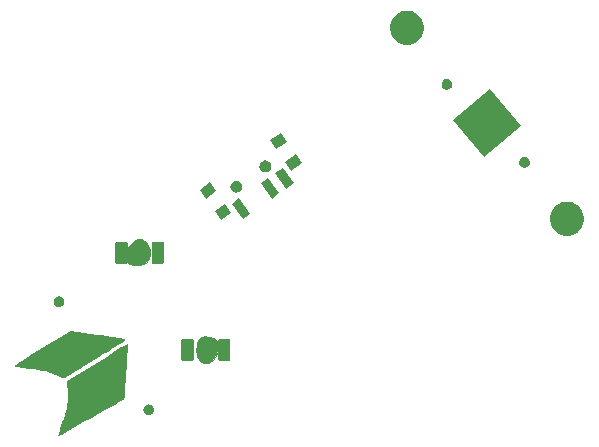
<source format=gbr>
G04 #@! TF.GenerationSoftware,KiCad,Pcbnew,5.1.2-f72e74a~84~ubuntu19.04.1*
G04 #@! TF.CreationDate,2019-06-12T21:41:49+02:00*
G04 #@! TF.ProjectId,sepiapcb2,73657069-6170-4636-9232-2e6b69636164,rev?*
G04 #@! TF.SameCoordinates,Original*
G04 #@! TF.FileFunction,Soldermask,Bot*
G04 #@! TF.FilePolarity,Negative*
%FSLAX46Y46*%
G04 Gerber Fmt 4.6, Leading zero omitted, Abs format (unit mm)*
G04 Created by KiCad (PCBNEW 5.1.2-f72e74a~84~ubuntu19.04.1) date 2019-06-12 21:41:49*
%MOMM*%
%LPD*%
G04 APERTURE LIST*
%ADD10C,0.900000*%
%ADD11C,0.010000*%
%ADD12C,0.100000*%
G04 APERTURE END LIST*
D10*
X75584000Y-55219600D02*
G75*
G03X75584000Y-55219600I-400000J0D01*
G01*
X81197400Y-63449200D02*
G75*
G03X81197400Y-63449200I-400000J0D01*
G01*
D11*
G36*
X75499657Y-54123156D02*
G01*
X75689168Y-54270741D01*
X75848121Y-54493244D01*
X75937413Y-54689080D01*
X76034662Y-55035074D01*
X76055969Y-55348016D01*
X76004556Y-55623169D01*
X75883641Y-55855797D01*
X75696445Y-56041162D01*
X75446189Y-56174527D01*
X75136092Y-56251155D01*
X74863756Y-56268537D01*
X74582996Y-56246409D01*
X74389039Y-56189189D01*
X74190476Y-56055231D01*
X74048350Y-55866875D01*
X73970125Y-55638788D01*
X73963264Y-55385635D01*
X73966802Y-55359423D01*
X74032881Y-55117238D01*
X74152963Y-54860446D01*
X74312251Y-54610602D01*
X74495948Y-54389260D01*
X74689258Y-54217975D01*
X74795460Y-54152327D01*
X75048034Y-54061708D01*
X75284356Y-54052731D01*
X75499657Y-54123156D01*
X75499657Y-54123156D01*
G37*
X75499657Y-54123156D02*
X75689168Y-54270741D01*
X75848121Y-54493244D01*
X75937413Y-54689080D01*
X76034662Y-55035074D01*
X76055969Y-55348016D01*
X76004556Y-55623169D01*
X75883641Y-55855797D01*
X75696445Y-56041162D01*
X75446189Y-56174527D01*
X75136092Y-56251155D01*
X74863756Y-56268537D01*
X74582996Y-56246409D01*
X74389039Y-56189189D01*
X74190476Y-56055231D01*
X74048350Y-55866875D01*
X73970125Y-55638788D01*
X73963264Y-55385635D01*
X73966802Y-55359423D01*
X74032881Y-55117238D01*
X74152963Y-54860446D01*
X74312251Y-54610602D01*
X74495948Y-54389260D01*
X74689258Y-54217975D01*
X74795460Y-54152327D01*
X75048034Y-54061708D01*
X75284356Y-54052731D01*
X75499657Y-54123156D01*
G36*
X80931954Y-62318671D02*
G01*
X81167141Y-62367531D01*
X81387668Y-62446020D01*
X81571976Y-62550239D01*
X81657050Y-62624399D01*
X81781726Y-62815923D01*
X81843418Y-63043320D01*
X81848102Y-63293342D01*
X81801757Y-63552740D01*
X81710358Y-63808269D01*
X81579883Y-64046678D01*
X81416309Y-64254722D01*
X81225613Y-64419151D01*
X81013771Y-64526719D01*
X80786761Y-64564177D01*
X80781918Y-64564117D01*
X80642746Y-64551357D01*
X80521509Y-64523660D01*
X80509555Y-64519241D01*
X80329280Y-64404392D01*
X80169706Y-64216167D01*
X80113830Y-64122300D01*
X80074740Y-64039604D01*
X80048621Y-63951237D01*
X80033006Y-63838144D01*
X80025432Y-63681270D01*
X80023431Y-63461561D01*
X80023457Y-63423800D01*
X80025316Y-63195640D01*
X80032072Y-63031790D01*
X80046637Y-62911918D01*
X80071925Y-62815691D01*
X80110850Y-62722775D01*
X80129290Y-62685167D01*
X80212120Y-62548105D01*
X80306503Y-62431484D01*
X80354038Y-62388834D01*
X80503843Y-62325424D01*
X80703669Y-62303336D01*
X80931954Y-62318671D01*
X80931954Y-62318671D01*
G37*
X80931954Y-62318671D02*
X81167141Y-62367531D01*
X81387668Y-62446020D01*
X81571976Y-62550239D01*
X81657050Y-62624399D01*
X81781726Y-62815923D01*
X81843418Y-63043320D01*
X81848102Y-63293342D01*
X81801757Y-63552740D01*
X81710358Y-63808269D01*
X81579883Y-64046678D01*
X81416309Y-64254722D01*
X81225613Y-64419151D01*
X81013771Y-64526719D01*
X80786761Y-64564177D01*
X80781918Y-64564117D01*
X80642746Y-64551357D01*
X80521509Y-64523660D01*
X80509555Y-64519241D01*
X80329280Y-64404392D01*
X80169706Y-64216167D01*
X80113830Y-64122300D01*
X80074740Y-64039604D01*
X80048621Y-63951237D01*
X80033006Y-63838144D01*
X80025432Y-63681270D01*
X80023431Y-63461561D01*
X80023457Y-63423800D01*
X80025316Y-63195640D01*
X80032072Y-63031790D01*
X80046637Y-62911918D01*
X80071925Y-62815691D01*
X80110850Y-62722775D01*
X80129290Y-62685167D01*
X80212120Y-62548105D01*
X80306503Y-62431484D01*
X80354038Y-62388834D01*
X80503843Y-62325424D01*
X80703669Y-62303336D01*
X80931954Y-62318671D01*
D12*
G36*
X74149445Y-62950598D02*
G01*
X74149912Y-62950767D01*
X74149956Y-62950778D01*
X74159432Y-62954204D01*
X74159469Y-62954221D01*
X74159921Y-62954385D01*
X74169309Y-62960056D01*
X74169673Y-62960389D01*
X74169690Y-62960401D01*
X74177122Y-62967184D01*
X74177137Y-62967201D01*
X74177488Y-62967521D01*
X74177770Y-62967904D01*
X74177777Y-62967912D01*
X74183734Y-62976007D01*
X74183737Y-62976012D01*
X74184035Y-62976417D01*
X74188650Y-62986266D01*
X74188742Y-62986640D01*
X74188819Y-62986859D01*
X74191254Y-62996807D01*
X74191287Y-62997044D01*
X74192047Y-63000148D01*
X74192585Y-63006175D01*
X74194150Y-63047369D01*
X74194214Y-63050470D01*
X74194170Y-63053499D01*
X74190370Y-63172734D01*
X74190353Y-63173223D01*
X74190314Y-63174117D01*
X74181554Y-63359729D01*
X74181593Y-63359731D01*
X74181547Y-63360118D01*
X74181535Y-63360117D01*
X74181525Y-63360300D01*
X74181514Y-63360393D01*
X74181493Y-63360892D01*
X74168452Y-63602165D01*
X74168453Y-63602165D01*
X74168449Y-63602198D01*
X74168420Y-63602729D01*
X74151681Y-63891054D01*
X74151738Y-63891057D01*
X74151743Y-63891212D01*
X74151671Y-63891208D01*
X74131868Y-64217028D01*
X74131991Y-64217035D01*
X74131994Y-64217153D01*
X74131861Y-64217145D01*
X74109645Y-64570666D01*
X74110102Y-64570695D01*
X74110086Y-64570792D01*
X74109640Y-64570763D01*
X74085641Y-64942529D01*
X74085914Y-64942547D01*
X74085915Y-64942635D01*
X74085634Y-64942616D01*
X74060483Y-65323171D01*
X74060994Y-65323205D01*
X74060979Y-65323288D01*
X74060478Y-65323254D01*
X74034807Y-65703141D01*
X74035080Y-65703159D01*
X74035080Y-65703248D01*
X74034801Y-65703229D01*
X74009240Y-66072992D01*
X74009515Y-66073011D01*
X74009515Y-66073110D01*
X74009232Y-66073090D01*
X73984413Y-66423273D01*
X73984837Y-66423303D01*
X73984818Y-66423424D01*
X73984405Y-66423394D01*
X73960977Y-66744263D01*
X73960977Y-66744270D01*
X73960945Y-66744702D01*
X73939543Y-67026799D01*
X73939534Y-67026907D01*
X73939534Y-67026919D01*
X73939501Y-67027356D01*
X73939540Y-67027359D01*
X73939543Y-67027601D01*
X73939483Y-67027596D01*
X73920706Y-67261894D01*
X73920704Y-67261905D01*
X73920612Y-67263012D01*
X73905137Y-67439506D01*
X73904969Y-67441269D01*
X73893477Y-67550219D01*
X73893039Y-67553703D01*
X73892477Y-67557089D01*
X73886878Y-67587152D01*
X73885564Y-67592689D01*
X73880398Y-67605616D01*
X73880140Y-67606012D01*
X73880117Y-67606057D01*
X73874612Y-67614518D01*
X73874574Y-67614565D01*
X73874286Y-67615008D01*
X73864701Y-67624843D01*
X73860321Y-67628196D01*
X73845887Y-67638186D01*
X73843989Y-67639461D01*
X73841490Y-67641034D01*
X73798749Y-67666991D01*
X73798375Y-67667216D01*
X73797339Y-67667830D01*
X73724434Y-67710479D01*
X73723674Y-67710915D01*
X73723608Y-67710962D01*
X73723607Y-67710961D01*
X73617000Y-67772272D01*
X73616694Y-67772445D01*
X73616672Y-67772461D01*
X73616572Y-67772518D01*
X73616577Y-67772527D01*
X73616388Y-67772660D01*
X73616372Y-67772632D01*
X73472481Y-67854616D01*
X73472551Y-67854740D01*
X73472423Y-67854794D01*
X73472361Y-67854684D01*
X73288097Y-67959077D01*
X73288101Y-67959084D01*
X73288020Y-67959123D01*
X73288019Y-67959121D01*
X73287986Y-67959139D01*
X73287977Y-67959144D01*
X73287777Y-67959257D01*
X73059862Y-68087906D01*
X73059969Y-68088096D01*
X73059912Y-68088120D01*
X73059809Y-68087937D01*
X72784240Y-68243096D01*
X72784446Y-68243461D01*
X72784408Y-68243479D01*
X72784204Y-68243116D01*
X72457705Y-68426631D01*
X72457832Y-68426857D01*
X72457807Y-68426874D01*
X72457678Y-68426645D01*
X72076729Y-68640499D01*
X72076845Y-68640706D01*
X72076827Y-68640719D01*
X72076710Y-68640510D01*
X71637792Y-68886685D01*
X71637986Y-68887032D01*
X71637973Y-68887040D01*
X71637778Y-68886693D01*
X71137372Y-69167172D01*
X71137664Y-69167694D01*
X71137654Y-69167699D01*
X71137362Y-69167178D01*
X70571951Y-69483942D01*
X70571742Y-69484060D01*
X69938007Y-69838978D01*
X69938213Y-69839347D01*
X69938209Y-69839349D01*
X69938002Y-69838980D01*
X69572976Y-70043370D01*
X69572900Y-70043413D01*
X69313008Y-70189172D01*
X69312850Y-70189260D01*
X69070402Y-70325697D01*
X69070224Y-70325798D01*
X68857137Y-70446171D01*
X68856892Y-70446310D01*
X68685986Y-70543364D01*
X68685525Y-70543627D01*
X68569325Y-70610269D01*
X68568217Y-70610912D01*
X68526670Y-70635309D01*
X68525421Y-70636029D01*
X68524490Y-70636550D01*
X68439549Y-70683328D01*
X68433245Y-70686478D01*
X68426683Y-70689123D01*
X68384622Y-70704144D01*
X68379056Y-70705827D01*
X68365412Y-70707842D01*
X68364925Y-70707818D01*
X68364859Y-70707821D01*
X68354773Y-70707319D01*
X68354714Y-70707310D01*
X68354208Y-70707285D01*
X68344966Y-70704965D01*
X68344933Y-70704948D01*
X68344126Y-70704746D01*
X68343203Y-70704416D01*
X68332242Y-70698941D01*
X68331079Y-70698174D01*
X68330534Y-70697758D01*
X68329095Y-70697039D01*
X68322995Y-70692377D01*
X68320564Y-70690017D01*
X68318488Y-70687302D01*
X68318449Y-70687260D01*
X68312314Y-70679236D01*
X68312283Y-70679186D01*
X68312004Y-70678821D01*
X68311801Y-70678406D01*
X68311798Y-70678402D01*
X68307372Y-70669376D01*
X68307369Y-70669368D01*
X68307144Y-70668909D01*
X68304335Y-70658339D01*
X68304302Y-70657826D01*
X68304301Y-70657818D01*
X68303661Y-70647777D01*
X68303661Y-70647770D01*
X68303580Y-70646496D01*
X68304988Y-70634811D01*
X68305785Y-70631565D01*
X68317741Y-70589441D01*
X68318158Y-70588017D01*
X68318449Y-70587071D01*
X68353665Y-70475190D01*
X68353650Y-70475185D01*
X68353732Y-70474998D01*
X68353962Y-70474262D01*
X68407504Y-70308214D01*
X68407637Y-70307808D01*
X68407676Y-70307631D01*
X68407691Y-70307636D01*
X68475911Y-70098741D01*
X68475670Y-70098662D01*
X68475737Y-70098515D01*
X68475960Y-70098589D01*
X68554430Y-69860572D01*
X68553924Y-69860405D01*
X68553946Y-69860333D01*
X68554454Y-69860501D01*
X68557761Y-69850515D01*
X68557953Y-69849931D01*
X68650318Y-69566352D01*
X68650629Y-69565385D01*
X68745260Y-69266623D01*
X68745539Y-69265730D01*
X68834330Y-68977948D01*
X68834659Y-68976864D01*
X68909548Y-68726093D01*
X68909965Y-68724665D01*
X68948516Y-68589739D01*
X68948911Y-68588327D01*
X68995699Y-68416986D01*
X68996478Y-68413989D01*
X69030161Y-68277412D01*
X69031566Y-68270990D01*
X69054373Y-68151887D01*
X69055699Y-68143392D01*
X69070543Y-68020703D01*
X69071220Y-68013228D01*
X69080135Y-67865674D01*
X69080330Y-67860992D01*
X69084706Y-67669605D01*
X69084737Y-67667421D01*
X69086092Y-67415594D01*
X69086094Y-67414990D01*
X69086182Y-67255429D01*
X69086180Y-67254665D01*
X69084696Y-66987829D01*
X69084680Y-66986424D01*
X69080559Y-66741174D01*
X69080521Y-66739518D01*
X69074269Y-66531569D01*
X69074165Y-66529004D01*
X69066438Y-66376391D01*
X69065960Y-66370095D01*
X69058151Y-66293126D01*
X69055782Y-66278493D01*
X69027555Y-66152128D01*
X69026589Y-66146529D01*
X69026511Y-66143132D01*
X69026504Y-66143077D01*
X69026271Y-66132986D01*
X69026276Y-66132924D01*
X69026264Y-66132418D01*
X69028124Y-66121777D01*
X69028306Y-66121305D01*
X69028324Y-66121242D01*
X69031966Y-66111828D01*
X69031994Y-66111773D01*
X69032162Y-66111338D01*
X69037612Y-66102756D01*
X69037616Y-66102752D01*
X69037788Y-66102481D01*
X69038392Y-66101709D01*
X69046381Y-66093560D01*
X69047348Y-66092772D01*
X69047524Y-66092646D01*
X69048974Y-66091167D01*
X69055565Y-66086450D01*
X71570814Y-64514496D01*
X71570719Y-64514344D01*
X71570752Y-64514326D01*
X71570845Y-64514476D01*
X71989218Y-64253374D01*
X71989176Y-64253306D01*
X71989234Y-64253262D01*
X71989280Y-64253336D01*
X72386375Y-64006229D01*
X72386302Y-64006112D01*
X72386373Y-64006075D01*
X72386442Y-64006187D01*
X72756479Y-63776627D01*
X72756383Y-63776472D01*
X72756455Y-63776418D01*
X72756556Y-63776581D01*
X73093759Y-63568118D01*
X73093785Y-63568102D01*
X73094076Y-63567922D01*
X73094076Y-63567921D01*
X73391974Y-63384531D01*
X73392297Y-63384334D01*
X73392313Y-63384322D01*
X73392438Y-63384245D01*
X73392431Y-63384233D01*
X73392544Y-63384148D01*
X73392558Y-63384172D01*
X73646757Y-63228554D01*
X73646732Y-63228514D01*
X73646928Y-63228429D01*
X73646937Y-63228444D01*
X73647046Y-63228378D01*
X73647057Y-63228373D01*
X73647265Y-63228245D01*
X73850843Y-63104649D01*
X73851362Y-63104336D01*
X73999154Y-63015939D01*
X74000035Y-63015418D01*
X74000378Y-63015219D01*
X74085392Y-62966270D01*
X74088704Y-62964457D01*
X74091958Y-62962849D01*
X74108758Y-62954974D01*
X74114054Y-62952802D01*
X74127513Y-62949476D01*
X74127991Y-62949454D01*
X74128054Y-62949445D01*
X74138144Y-62948984D01*
X74138208Y-62948987D01*
X74138699Y-62948965D01*
X74149445Y-62950598D01*
X74149445Y-62950598D01*
G37*
G36*
X76077552Y-68070131D02*
G01*
X76159627Y-68104128D01*
X76159629Y-68104129D01*
X76196813Y-68128975D01*
X76233495Y-68153485D01*
X76296315Y-68216305D01*
X76314460Y-68243461D01*
X76337146Y-68277412D01*
X76345672Y-68290173D01*
X76379669Y-68372248D01*
X76397000Y-68459379D01*
X76397000Y-68548221D01*
X76379669Y-68635352D01*
X76345672Y-68717427D01*
X76345671Y-68717429D01*
X76296314Y-68791296D01*
X76233496Y-68854114D01*
X76159629Y-68903471D01*
X76159628Y-68903472D01*
X76159627Y-68903472D01*
X76077552Y-68937469D01*
X75990421Y-68954800D01*
X75901579Y-68954800D01*
X75814448Y-68937469D01*
X75732373Y-68903472D01*
X75732372Y-68903472D01*
X75732371Y-68903471D01*
X75658504Y-68854114D01*
X75595686Y-68791296D01*
X75546329Y-68717429D01*
X75546328Y-68717427D01*
X75512331Y-68635352D01*
X75495000Y-68548221D01*
X75495000Y-68459379D01*
X75512331Y-68372248D01*
X75546328Y-68290173D01*
X75554855Y-68277412D01*
X75577540Y-68243461D01*
X75595685Y-68216305D01*
X75658505Y-68153485D01*
X75695187Y-68128975D01*
X75732371Y-68104129D01*
X75732373Y-68104128D01*
X75814448Y-68070131D01*
X75901579Y-68052800D01*
X75990421Y-68052800D01*
X76077552Y-68070131D01*
X76077552Y-68070131D01*
G37*
G36*
X69376267Y-61816535D02*
G01*
X69378171Y-61816771D01*
X71571174Y-62149101D01*
X71571209Y-62148872D01*
X71571261Y-62148875D01*
X71571225Y-62149109D01*
X71994302Y-62213606D01*
X71994334Y-62213399D01*
X71994433Y-62213426D01*
X71994403Y-62213622D01*
X72393707Y-62275236D01*
X72393740Y-62275022D01*
X72393851Y-62275030D01*
X72393816Y-62275253D01*
X72761220Y-62332676D01*
X72761237Y-62332569D01*
X72761366Y-62332578D01*
X72761347Y-62332696D01*
X73088724Y-62384626D01*
X73088744Y-62384501D01*
X73088907Y-62384544D01*
X73088889Y-62384653D01*
X73368109Y-62429782D01*
X73368123Y-62429697D01*
X73368370Y-62429716D01*
X73368352Y-62429822D01*
X73591289Y-62466847D01*
X73591291Y-62466835D01*
X73591543Y-62466897D01*
X73592300Y-62467021D01*
X73749870Y-62494469D01*
X73751208Y-62494711D01*
X73751573Y-62494781D01*
X73836260Y-62511425D01*
X73839623Y-62512154D01*
X73842922Y-62513006D01*
X73850751Y-62515188D01*
X73857212Y-62517334D01*
X73869513Y-62523253D01*
X73871431Y-62524446D01*
X73903633Y-62545838D01*
X73908291Y-62549274D01*
X73918124Y-62559057D01*
X73918406Y-62559477D01*
X73918417Y-62559490D01*
X73924031Y-62567844D01*
X73924043Y-62567866D01*
X73924313Y-62568268D01*
X73928549Y-62578421D01*
X73930729Y-62589218D01*
X73930764Y-62600411D01*
X73928205Y-62613697D01*
X73926597Y-62618382D01*
X73915576Y-62646329D01*
X73913222Y-62651535D01*
X73905326Y-62663807D01*
X73896999Y-62672617D01*
X73894015Y-62675069D01*
X73824859Y-62727563D01*
X73821858Y-62729743D01*
X73818893Y-62731716D01*
X73742156Y-62780556D01*
X73741143Y-62781194D01*
X73741138Y-62781198D01*
X73741101Y-62781221D01*
X73669314Y-62826039D01*
X73669158Y-62826148D01*
X73669153Y-62826140D01*
X73531868Y-62912122D01*
X73531870Y-62912124D01*
X73531808Y-62912159D01*
X73336597Y-63034556D01*
X73336569Y-63034574D01*
X73090167Y-63189157D01*
X73090148Y-63189168D01*
X72799366Y-63371665D01*
X72799353Y-63371674D01*
X72471054Y-63577775D01*
X72471043Y-63577782D01*
X72112114Y-63803165D01*
X72112103Y-63803171D01*
X71729325Y-64043581D01*
X71729316Y-64043587D01*
X71329568Y-64294706D01*
X71329562Y-64294710D01*
X71289978Y-64319580D01*
X71289937Y-64319605D01*
X70891798Y-64569658D01*
X70891872Y-64569776D01*
X70891857Y-64569786D01*
X70891783Y-64569668D01*
X70512195Y-64807905D01*
X70512860Y-64808965D01*
X70512843Y-64808975D01*
X70512179Y-64807915D01*
X70157673Y-65030247D01*
X70157888Y-65030590D01*
X70157871Y-65030602D01*
X70157655Y-65030257D01*
X69834759Y-65232598D01*
X69834987Y-65232962D01*
X69834966Y-65232977D01*
X69834738Y-65232613D01*
X69549983Y-65410875D01*
X69550046Y-65410976D01*
X69550018Y-65410996D01*
X69549954Y-65410893D01*
X69309869Y-65560988D01*
X69310102Y-65561361D01*
X69310060Y-65561391D01*
X69309825Y-65561015D01*
X69120941Y-65678857D01*
X69120890Y-65678889D01*
X69120690Y-65679014D01*
X68990062Y-65760186D01*
X68989349Y-65760625D01*
X68989338Y-65760634D01*
X68922733Y-65801527D01*
X68922342Y-65801766D01*
X68921558Y-65802236D01*
X68918511Y-65804043D01*
X68917115Y-65804852D01*
X68915651Y-65805666D01*
X68861127Y-65835309D01*
X68851333Y-65839879D01*
X68841174Y-65843181D01*
X68795643Y-65854971D01*
X68790158Y-65856109D01*
X68786791Y-65856300D01*
X68786677Y-65856318D01*
X68776553Y-65856892D01*
X68776443Y-65856887D01*
X68773100Y-65857077D01*
X68767386Y-65856550D01*
X68710482Y-65848455D01*
X68700608Y-65846468D01*
X68691042Y-65843373D01*
X68603086Y-65809247D01*
X68599944Y-65807957D01*
X68596695Y-65806470D01*
X68459029Y-65740114D01*
X68458876Y-65740040D01*
X68457652Y-65739433D01*
X68335074Y-65677699D01*
X68334044Y-65677186D01*
X68091560Y-65557850D01*
X68087750Y-65556054D01*
X67873476Y-65459427D01*
X67867537Y-65456931D01*
X67666187Y-65378349D01*
X67658775Y-65375722D01*
X67454619Y-65310510D01*
X67447122Y-65308370D01*
X67223843Y-65252119D01*
X67217586Y-65250713D01*
X66959455Y-65199600D01*
X66955021Y-65198805D01*
X66647376Y-65149332D01*
X66644656Y-65148925D01*
X66273526Y-65097592D01*
X66272283Y-65097426D01*
X66005741Y-65063280D01*
X66005633Y-65063277D01*
X66005634Y-65063268D01*
X65691636Y-65023318D01*
X65691627Y-65023316D01*
X65691453Y-65023294D01*
X65399607Y-64985218D01*
X65399594Y-64985315D01*
X65399394Y-64985265D01*
X65399404Y-64985191D01*
X65141835Y-64950645D01*
X65141823Y-64950734D01*
X65141548Y-64950720D01*
X65141564Y-64950608D01*
X64930727Y-64921294D01*
X64929708Y-64921149D01*
X64777606Y-64898711D01*
X64776671Y-64898568D01*
X64775589Y-64898389D01*
X64694817Y-64884579D01*
X64692576Y-64884166D01*
X64690131Y-64883647D01*
X64689648Y-64883538D01*
X64682275Y-64881524D01*
X64674940Y-64878809D01*
X64659808Y-64872432D01*
X64654521Y-64869889D01*
X64643132Y-64862174D01*
X64642774Y-64861811D01*
X64642736Y-64861780D01*
X64635643Y-64854600D01*
X64635026Y-64853838D01*
X64628672Y-64843802D01*
X64628090Y-64842592D01*
X64627917Y-64842161D01*
X64626979Y-64840679D01*
X64623651Y-64832369D01*
X64620961Y-64824074D01*
X64619494Y-64818664D01*
X64619097Y-64815291D01*
X64619080Y-64815214D01*
X64617898Y-64805171D01*
X64617897Y-64805095D01*
X64617841Y-64804623D01*
X64618608Y-64794995D01*
X64618614Y-64794976D01*
X64618675Y-64794207D01*
X64618848Y-64793242D01*
X64622401Y-64781608D01*
X64622965Y-64780329D01*
X64623254Y-64779782D01*
X64623710Y-64778288D01*
X64628140Y-64769894D01*
X64639061Y-64752318D01*
X64645909Y-64742782D01*
X64653936Y-64734271D01*
X64690338Y-64700493D01*
X64693610Y-64697605D01*
X64696935Y-64694946D01*
X64765762Y-64642617D01*
X64767076Y-64641639D01*
X64768934Y-64640321D01*
X64873447Y-64568110D01*
X64873792Y-64567874D01*
X64875089Y-64567010D01*
X65018909Y-64472666D01*
X65020130Y-64471876D01*
X65208594Y-64351908D01*
X65209080Y-64351600D01*
X65209120Y-64351575D01*
X65209132Y-64351568D01*
X65446937Y-64202905D01*
X65447341Y-64202654D01*
X65738723Y-64022497D01*
X65738662Y-64022398D01*
X65738812Y-64022317D01*
X65738867Y-64022407D01*
X66088925Y-63807421D01*
X66088722Y-63807091D01*
X66088806Y-63807034D01*
X66089011Y-63807369D01*
X66502345Y-63554523D01*
X66502001Y-63553960D01*
X66502048Y-63553936D01*
X66502390Y-63554496D01*
X66941396Y-63286507D01*
X66941086Y-63285998D01*
X66941099Y-63285990D01*
X66941409Y-63286499D01*
X69335713Y-61825791D01*
X69340759Y-61823043D01*
X69353815Y-61818254D01*
X69366031Y-61816340D01*
X69376267Y-61816535D01*
X69376267Y-61816535D01*
G37*
G36*
X82764296Y-62526394D02*
G01*
X82789583Y-62534065D01*
X82812886Y-62546521D01*
X82833314Y-62563286D01*
X82850079Y-62583714D01*
X82862535Y-62607017D01*
X82870206Y-62632304D01*
X82873400Y-62664738D01*
X82873400Y-64233662D01*
X82870206Y-64266096D01*
X82862535Y-64291383D01*
X82850079Y-64314686D01*
X82833314Y-64335114D01*
X82812886Y-64351879D01*
X82789583Y-64364335D01*
X82764296Y-64372006D01*
X82731862Y-64375200D01*
X81962938Y-64375200D01*
X81930504Y-64372006D01*
X81905217Y-64364335D01*
X81881914Y-64351879D01*
X81861486Y-64335114D01*
X81844721Y-64314686D01*
X81832265Y-64291383D01*
X81824594Y-64266096D01*
X81821400Y-64233662D01*
X81821400Y-62664738D01*
X81824594Y-62632304D01*
X81832265Y-62607017D01*
X81844721Y-62583714D01*
X81861486Y-62563286D01*
X81881914Y-62546521D01*
X81905217Y-62534065D01*
X81930504Y-62526394D01*
X81962938Y-62523200D01*
X82731862Y-62523200D01*
X82764296Y-62526394D01*
X82764296Y-62526394D01*
G37*
G36*
X79664296Y-62526394D02*
G01*
X79689583Y-62534065D01*
X79712886Y-62546521D01*
X79733314Y-62563286D01*
X79750079Y-62583714D01*
X79762535Y-62607017D01*
X79770206Y-62632304D01*
X79773400Y-62664738D01*
X79773400Y-64233662D01*
X79770206Y-64266096D01*
X79762535Y-64291383D01*
X79750079Y-64314686D01*
X79733314Y-64335114D01*
X79712886Y-64351879D01*
X79689583Y-64364335D01*
X79664296Y-64372006D01*
X79631862Y-64375200D01*
X78862938Y-64375200D01*
X78830504Y-64372006D01*
X78805217Y-64364335D01*
X78781914Y-64351879D01*
X78761486Y-64335114D01*
X78744721Y-64314686D01*
X78732265Y-64291383D01*
X78724594Y-64266096D01*
X78721400Y-64233662D01*
X78721400Y-62664738D01*
X78724594Y-62632304D01*
X78732265Y-62607017D01*
X78744721Y-62583714D01*
X78761486Y-62563286D01*
X78781914Y-62546521D01*
X78805217Y-62534065D01*
X78830504Y-62526394D01*
X78862938Y-62523200D01*
X79631862Y-62523200D01*
X79664296Y-62526394D01*
X79664296Y-62526394D01*
G37*
G36*
X68482952Y-58926131D02*
G01*
X68565027Y-58960128D01*
X68565029Y-58960129D01*
X68602213Y-58984975D01*
X68638895Y-59009485D01*
X68701715Y-59072305D01*
X68751072Y-59146173D01*
X68785069Y-59228248D01*
X68802400Y-59315379D01*
X68802400Y-59404221D01*
X68785069Y-59491352D01*
X68751072Y-59573427D01*
X68751071Y-59573429D01*
X68701714Y-59647296D01*
X68638896Y-59710114D01*
X68565029Y-59759471D01*
X68565028Y-59759472D01*
X68565027Y-59759472D01*
X68482952Y-59793469D01*
X68395821Y-59810800D01*
X68306979Y-59810800D01*
X68219848Y-59793469D01*
X68137773Y-59759472D01*
X68137772Y-59759472D01*
X68137771Y-59759471D01*
X68063904Y-59710114D01*
X68001086Y-59647296D01*
X67951729Y-59573429D01*
X67951728Y-59573427D01*
X67917731Y-59491352D01*
X67900400Y-59404221D01*
X67900400Y-59315379D01*
X67917731Y-59228248D01*
X67951728Y-59146173D01*
X68001085Y-59072305D01*
X68063905Y-59009485D01*
X68100587Y-58984975D01*
X68137771Y-58960129D01*
X68137773Y-58960128D01*
X68219848Y-58926131D01*
X68306979Y-58908800D01*
X68395821Y-58908800D01*
X68482952Y-58926131D01*
X68482952Y-58926131D01*
G37*
G36*
X74050896Y-54296794D02*
G01*
X74076183Y-54304465D01*
X74099486Y-54316921D01*
X74119914Y-54333686D01*
X74136679Y-54354114D01*
X74149135Y-54377417D01*
X74156806Y-54402704D01*
X74160000Y-54435138D01*
X74160000Y-56004062D01*
X74156806Y-56036496D01*
X74149135Y-56061783D01*
X74136679Y-56085086D01*
X74119914Y-56105514D01*
X74099486Y-56122279D01*
X74076183Y-56134735D01*
X74050896Y-56142406D01*
X74018462Y-56145600D01*
X73249538Y-56145600D01*
X73217104Y-56142406D01*
X73191817Y-56134735D01*
X73168514Y-56122279D01*
X73148086Y-56105514D01*
X73131321Y-56085086D01*
X73118865Y-56061783D01*
X73111194Y-56036496D01*
X73108000Y-56004062D01*
X73108000Y-54435138D01*
X73111194Y-54402704D01*
X73118865Y-54377417D01*
X73131321Y-54354114D01*
X73148086Y-54333686D01*
X73168514Y-54316921D01*
X73191817Y-54304465D01*
X73217104Y-54296794D01*
X73249538Y-54293600D01*
X74018462Y-54293600D01*
X74050896Y-54296794D01*
X74050896Y-54296794D01*
G37*
G36*
X77150896Y-54296794D02*
G01*
X77176183Y-54304465D01*
X77199486Y-54316921D01*
X77219914Y-54333686D01*
X77236679Y-54354114D01*
X77249135Y-54377417D01*
X77256806Y-54402704D01*
X77260000Y-54435138D01*
X77260000Y-56004062D01*
X77256806Y-56036496D01*
X77249135Y-56061783D01*
X77236679Y-56085086D01*
X77219914Y-56105514D01*
X77199486Y-56122279D01*
X77176183Y-56134735D01*
X77150896Y-56142406D01*
X77118462Y-56145600D01*
X76349538Y-56145600D01*
X76317104Y-56142406D01*
X76291817Y-56134735D01*
X76268514Y-56122279D01*
X76248086Y-56105514D01*
X76231321Y-56085086D01*
X76218865Y-56061783D01*
X76211194Y-56036496D01*
X76208000Y-56004062D01*
X76208000Y-54435138D01*
X76211194Y-54402704D01*
X76218865Y-54377417D01*
X76231321Y-54354114D01*
X76248086Y-54333686D01*
X76268514Y-54316921D01*
X76291817Y-54304465D01*
X76317104Y-54296794D01*
X76349538Y-54293600D01*
X77118462Y-54293600D01*
X77150896Y-54296794D01*
X77150896Y-54296794D01*
G37*
G36*
X111796698Y-50947030D02*
G01*
X112057305Y-51054977D01*
X112078314Y-51069015D01*
X112291847Y-51211693D01*
X112491307Y-51411153D01*
X112491308Y-51411155D01*
X112648023Y-51645695D01*
X112755970Y-51906302D01*
X112811000Y-52182959D01*
X112811000Y-52465041D01*
X112755970Y-52741698D01*
X112648023Y-53002305D01*
X112648022Y-53002306D01*
X112491307Y-53236847D01*
X112291847Y-53436307D01*
X112173780Y-53515197D01*
X112057305Y-53593023D01*
X111796698Y-53700970D01*
X111520041Y-53756000D01*
X111237959Y-53756000D01*
X110961302Y-53700970D01*
X110700695Y-53593023D01*
X110584220Y-53515197D01*
X110466153Y-53436307D01*
X110266693Y-53236847D01*
X110109978Y-53002306D01*
X110109977Y-53002305D01*
X110002030Y-52741698D01*
X109947000Y-52465041D01*
X109947000Y-52182959D01*
X110002030Y-51906302D01*
X110109977Y-51645695D01*
X110266692Y-51411155D01*
X110266693Y-51411153D01*
X110466153Y-51211693D01*
X110679686Y-51069015D01*
X110700695Y-51054977D01*
X110961302Y-50947030D01*
X111237959Y-50892000D01*
X111520041Y-50892000D01*
X111796698Y-50947030D01*
X111796698Y-50947030D01*
G37*
G36*
X82952721Y-51807890D02*
G01*
X82050015Y-52439972D01*
X81532649Y-51701096D01*
X82435355Y-51069014D01*
X82952721Y-51807890D01*
X82952721Y-51807890D01*
G37*
G36*
X84550237Y-51910070D02*
G01*
X84550237Y-51910071D01*
X83893277Y-52370079D01*
X83893276Y-52370079D01*
X82974407Y-51057798D01*
X82974407Y-51057797D01*
X83631367Y-50597789D01*
X83631368Y-50597789D01*
X84550237Y-51910070D01*
X84550237Y-51910070D01*
G37*
G36*
X87007693Y-50189341D02*
G01*
X87007693Y-50189342D01*
X86350733Y-50649350D01*
X86350732Y-50649350D01*
X85431863Y-49337069D01*
X85431863Y-49337068D01*
X86088823Y-48877060D01*
X86088824Y-48877060D01*
X87007693Y-50189341D01*
X87007693Y-50189341D01*
G37*
G36*
X81685117Y-49997564D02*
G01*
X80782411Y-50629646D01*
X80265045Y-49890770D01*
X81167751Y-49258688D01*
X81685117Y-49997564D01*
X81685117Y-49997564D01*
G37*
G36*
X83464932Y-49120671D02*
G01*
X83513328Y-49130297D01*
X83551094Y-49145940D01*
X83604503Y-49168063D01*
X83604504Y-49168064D01*
X83686561Y-49222892D01*
X83756344Y-49292675D01*
X83756345Y-49292677D01*
X83811173Y-49374733D01*
X83848939Y-49465909D01*
X83868192Y-49562699D01*
X83868192Y-49661389D01*
X83848939Y-49758179D01*
X83811173Y-49849355D01*
X83811172Y-49849356D01*
X83756344Y-49931413D01*
X83686561Y-50001196D01*
X83645254Y-50028796D01*
X83604503Y-50056025D01*
X83551094Y-50078148D01*
X83513328Y-50093791D01*
X83464932Y-50103417D01*
X83416537Y-50113044D01*
X83317847Y-50113044D01*
X83269452Y-50103418D01*
X83221056Y-50093791D01*
X83183290Y-50078148D01*
X83129881Y-50056025D01*
X83089130Y-50028796D01*
X83047823Y-50001196D01*
X82978040Y-49931413D01*
X82923212Y-49849356D01*
X82923211Y-49849355D01*
X82885445Y-49758179D01*
X82866192Y-49661389D01*
X82866192Y-49562699D01*
X82885445Y-49465909D01*
X82923211Y-49374733D01*
X82978039Y-49292677D01*
X82978040Y-49292675D01*
X83047823Y-49222892D01*
X83129880Y-49168064D01*
X83129881Y-49168063D01*
X83183290Y-49145940D01*
X83221056Y-49130297D01*
X83269452Y-49120671D01*
X83317847Y-49111044D01*
X83416537Y-49111044D01*
X83464932Y-49120671D01*
X83464932Y-49120671D01*
G37*
G36*
X88236421Y-49328976D02*
G01*
X88236421Y-49328977D01*
X87579461Y-49788985D01*
X87579460Y-49788985D01*
X86660591Y-48476704D01*
X86660591Y-48476703D01*
X87317551Y-48016695D01*
X87317552Y-48016695D01*
X88236421Y-49328976D01*
X88236421Y-49328976D01*
G37*
G36*
X85922388Y-47399941D02*
G01*
X85970784Y-47409568D01*
X86008550Y-47425211D01*
X86061959Y-47447334D01*
X86061960Y-47447335D01*
X86144017Y-47502163D01*
X86213800Y-47571946D01*
X86228015Y-47593221D01*
X86268629Y-47654004D01*
X86290752Y-47707413D01*
X86306395Y-47745179D01*
X86325648Y-47841971D01*
X86325648Y-47940659D01*
X86310524Y-48016695D01*
X86306395Y-48037450D01*
X86268629Y-48128626D01*
X86268628Y-48128627D01*
X86213800Y-48210684D01*
X86144017Y-48280467D01*
X86102710Y-48308067D01*
X86061959Y-48335296D01*
X86008550Y-48357419D01*
X85970784Y-48373062D01*
X85922388Y-48382688D01*
X85873993Y-48392315D01*
X85775303Y-48392315D01*
X85726908Y-48382689D01*
X85678512Y-48373062D01*
X85640746Y-48357419D01*
X85587337Y-48335296D01*
X85546586Y-48308067D01*
X85505279Y-48280467D01*
X85435496Y-48210684D01*
X85380668Y-48128627D01*
X85380667Y-48128626D01*
X85342901Y-48037450D01*
X85338773Y-48016695D01*
X85323648Y-47940659D01*
X85323648Y-47841971D01*
X85342901Y-47745179D01*
X85358544Y-47707413D01*
X85380667Y-47654004D01*
X85421281Y-47593221D01*
X85435496Y-47571946D01*
X85505279Y-47502163D01*
X85587336Y-47447335D01*
X85587337Y-47447334D01*
X85640746Y-47425211D01*
X85678512Y-47409568D01*
X85726908Y-47399941D01*
X85775303Y-47390315D01*
X85873993Y-47390315D01*
X85922388Y-47399941D01*
X85922388Y-47399941D01*
G37*
G36*
X88932531Y-47620782D02*
G01*
X88029825Y-48252864D01*
X87512459Y-47513988D01*
X88415165Y-46881906D01*
X88932531Y-47620782D01*
X88932531Y-47620782D01*
G37*
G36*
X107903752Y-47115131D02*
G01*
X107985827Y-47149128D01*
X107985829Y-47149129D01*
X108023013Y-47173975D01*
X108059695Y-47198485D01*
X108122515Y-47261305D01*
X108171872Y-47335173D01*
X108205869Y-47417248D01*
X108223200Y-47504379D01*
X108223200Y-47593221D01*
X108205869Y-47680352D01*
X108179016Y-47745179D01*
X108171871Y-47762429D01*
X108122514Y-47836296D01*
X108059696Y-47899114D01*
X107985829Y-47948471D01*
X107985828Y-47948472D01*
X107985827Y-47948472D01*
X107903752Y-47982469D01*
X107816621Y-47999800D01*
X107727779Y-47999800D01*
X107640648Y-47982469D01*
X107558573Y-47948472D01*
X107558572Y-47948472D01*
X107558571Y-47948471D01*
X107484704Y-47899114D01*
X107421886Y-47836296D01*
X107372529Y-47762429D01*
X107365384Y-47745179D01*
X107338531Y-47680352D01*
X107321200Y-47593221D01*
X107321200Y-47504379D01*
X107338531Y-47417248D01*
X107372528Y-47335173D01*
X107421885Y-47261305D01*
X107484705Y-47198485D01*
X107521387Y-47173975D01*
X107558571Y-47149129D01*
X107558573Y-47149128D01*
X107640648Y-47115131D01*
X107727779Y-47097800D01*
X107816621Y-47097800D01*
X107903752Y-47115131D01*
X107903752Y-47115131D01*
G37*
G36*
X107487106Y-44495031D02*
G01*
X104344791Y-47131746D01*
X101708076Y-43989431D01*
X104850391Y-41352716D01*
X107487106Y-44495031D01*
X107487106Y-44495031D01*
G37*
G36*
X87664927Y-45810456D02*
G01*
X86762221Y-46442538D01*
X86244855Y-45703662D01*
X87147561Y-45071580D01*
X87664927Y-45810456D01*
X87664927Y-45810456D01*
G37*
G36*
X101325152Y-40511131D02*
G01*
X101407227Y-40545128D01*
X101407229Y-40545129D01*
X101444413Y-40569975D01*
X101481095Y-40594485D01*
X101543915Y-40657305D01*
X101593272Y-40731173D01*
X101627269Y-40813248D01*
X101644600Y-40900379D01*
X101644600Y-40989221D01*
X101627269Y-41076352D01*
X101593272Y-41158427D01*
X101593271Y-41158429D01*
X101543914Y-41232296D01*
X101481096Y-41295114D01*
X101407229Y-41344471D01*
X101407228Y-41344472D01*
X101407227Y-41344472D01*
X101325152Y-41378469D01*
X101238021Y-41395800D01*
X101149179Y-41395800D01*
X101062048Y-41378469D01*
X100979973Y-41344472D01*
X100979972Y-41344472D01*
X100979971Y-41344471D01*
X100906104Y-41295114D01*
X100843286Y-41232296D01*
X100793929Y-41158429D01*
X100793928Y-41158427D01*
X100759931Y-41076352D01*
X100742600Y-40989221D01*
X100742600Y-40900379D01*
X100759931Y-40813248D01*
X100793928Y-40731173D01*
X100843285Y-40657305D01*
X100906105Y-40594485D01*
X100942787Y-40569975D01*
X100979971Y-40545129D01*
X100979973Y-40545128D01*
X101062048Y-40511131D01*
X101149179Y-40493800D01*
X101238021Y-40493800D01*
X101325152Y-40511131D01*
X101325152Y-40511131D01*
G37*
G36*
X98233879Y-34783492D02*
G01*
X98494486Y-34891439D01*
X98494487Y-34891440D01*
X98729028Y-35048155D01*
X98928488Y-35247615D01*
X98928489Y-35247617D01*
X99085204Y-35482157D01*
X99193151Y-35742764D01*
X99248181Y-36019421D01*
X99248181Y-36301503D01*
X99193151Y-36578160D01*
X99085204Y-36838767D01*
X99085203Y-36838768D01*
X98928488Y-37073309D01*
X98729028Y-37272769D01*
X98610961Y-37351659D01*
X98494486Y-37429485D01*
X98233879Y-37537432D01*
X97957222Y-37592462D01*
X97675140Y-37592462D01*
X97398483Y-37537432D01*
X97137876Y-37429485D01*
X97021401Y-37351659D01*
X96903334Y-37272769D01*
X96703874Y-37073309D01*
X96547159Y-36838768D01*
X96547158Y-36838767D01*
X96439211Y-36578160D01*
X96384181Y-36301503D01*
X96384181Y-36019421D01*
X96439211Y-35742764D01*
X96547158Y-35482157D01*
X96703873Y-35247617D01*
X96703874Y-35247615D01*
X96903334Y-35048155D01*
X97137875Y-34891440D01*
X97137876Y-34891439D01*
X97398483Y-34783492D01*
X97675140Y-34728462D01*
X97957222Y-34728462D01*
X98233879Y-34783492D01*
X98233879Y-34783492D01*
G37*
M02*

</source>
